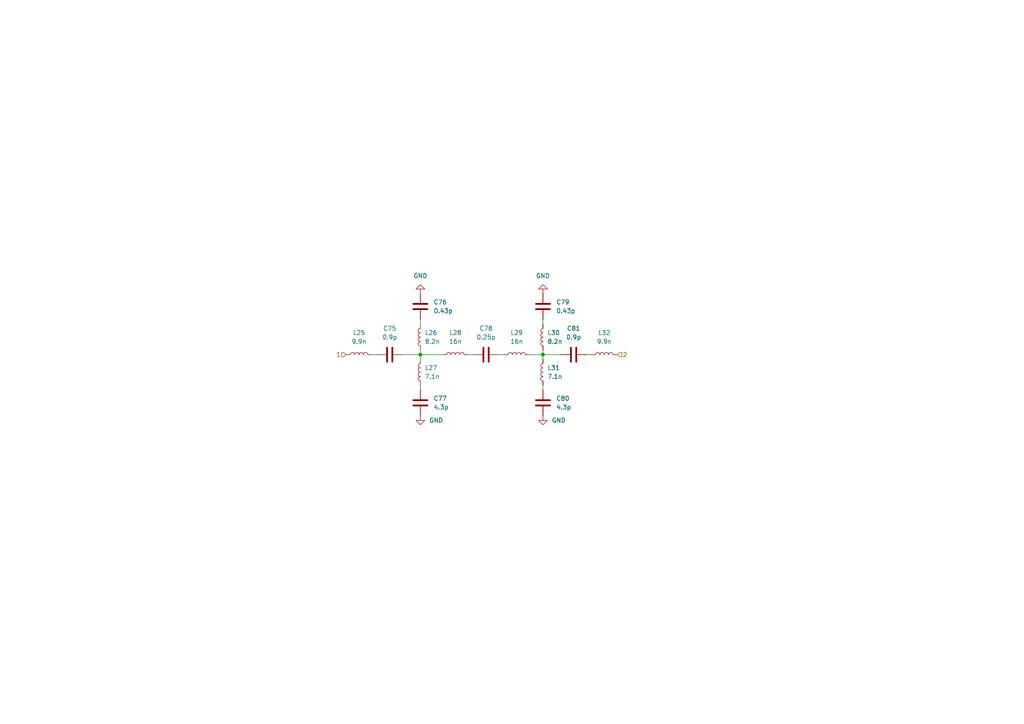
<source format=kicad_sch>
(kicad_sch (version 20211123) (generator eeschema)
  (paper "A4")
  (lib_symbols
    (symbol "Device:C" (pin_numbers hide) (pin_names (offset 0.254))
      (property "Reference" "C" (at 0.635 2.54 0))
      (property "Value" "C" (at 0.635 -2.54 0))
      (symbol "C_0_1"
        (polyline (pts (xy -2.032 -0.762) (xy 2.032 -0.762)) (stroke (width 0.508)))
        (polyline (pts (xy -2.032 0.762) (xy 2.032 0.762)) (stroke (width 0.508)))
      )
      (symbol "C_1_1"
        (pin passive line (at 0 3.81 270) (length 2.794) (name "~") (number "1"))
        (pin passive line (at 0 -3.81 90) (length 2.794) (name "~") (number "2"))
      )
    )
    (symbol "Device:L" (pin_numbers hide) (pin_names (offset 1.016) hide)
      (property "Reference" "L" (at -1.27 0 90))
      (property "Value" "L" (at 1.905 0 90))
      (symbol "L_0_1"
        (arc (start 0 -2.54) (mid 0.635 -1.905) (end 0 -1.27))
        (arc (start 0 -1.27) (mid 0.635 -0.635) (end 0 0))
        (arc (start 0 0) (mid 0.635 0.635) (end 0 1.27))
        (arc (start 0 1.27) (mid 0.635 1.905) (end 0 2.54))
      )
      (symbol "L_1_1"
        (pin passive line (at 0 3.81 270) (length 1.27) (name "1") (number "1"))
        (pin passive line (at 0 -3.81 90) (length 1.27) (name "2") (number "2"))
      )
    )
    (symbol "power:GND" (power) (pin_names (offset 0))
      (property "Value" "GND" (at 0 -3.81 0))
      (symbol "GND_0_1"
        (polyline (pts (xy 0 0) (xy 0 -1.27) (xy 1.27 -1.27) (xy 0 -2.54) (xy -1.27 -1.27) (xy 0 -1.27)))
      )
      (symbol "GND_1_1"
        (pin power_in line (at 0 0 270) (length 0) hide (name "GND") (number "1"))
      )
    )
  )
  (junction (at 121.92 102.87))
  (junction (at 157.48 102.87))
  (wire (pts (xy 170.18 102.87) (xy 171.45 102.87)))
  (wire (pts (xy 157.48 102.87) (xy 162.56 102.87)))
  (wire (pts (xy 157.48 92.71) (xy 157.48 93.98)))
  (wire (pts (xy 153.67 102.87) (xy 157.48 102.87)))
  (wire (pts (xy 121.92 102.87) (xy 128.27 102.87)))
  (wire (pts (xy 121.92 102.87) (xy 121.92 104.14)))
  (wire (pts (xy 157.48 101.6) (xy 157.48 102.87)))
  (wire (pts (xy 157.48 111.76) (xy 157.48 113.03)))
  (wire (pts (xy 116.84 102.87) (xy 121.92 102.87)))
  (wire (pts (xy 107.95 102.87) (xy 109.22 102.87)))
  (wire (pts (xy 135.89 102.87) (xy 137.16 102.87)))
  (wire (pts (xy 121.92 111.76) (xy 121.92 113.03)))
  (wire (pts (xy 157.48 102.87) (xy 157.48 104.14)))
  (wire (pts (xy 121.92 101.6) (xy 121.92 102.87)))
  (wire (pts (xy 121.92 92.71) (xy 121.92 93.98)))
  (wire (pts (xy 144.78 102.87) (xy 146.05 102.87)))
  (hierarchical_label "2" (shape input) (at 179.07 102.87 0))
  (hierarchical_label "1" (shape input) (at 100.33 102.87 180))
  (symbol (lib_id "Device:L") (at 149.86 102.87 90)
    (property "Reference" "L29" (at 149.86 96.52 90))
    (property "Value" "16n" (at 149.86 99.06 90))
    (property "Footprint" "Library:L_0402_MDLX" (effects hide))
    (property "PartNumber" " ‎0402DC-16NXGRW" (effects hide))
  )
  (symbol (lib_id "Device:L") (at 175.26 102.87 90)
    (property "Reference" "L32" (at 175.26 96.52 90))
    (property "Value" "9.9n" (at 175.26 99.06 90))
    (property "Footprint" "Library:L_0402_MDLX" (effects hide))
    (property "PartNumber" "0402DC-9N9XGRW" (effects hide))
  )
  (symbol (lib_id "Device:C") (at 157.48 88.9 180)
    (property "Reference" "C79" (at 161.29 87.6299 0) (effects (justify right)))
    (property "Value" "0.43p" (at 161.29 90.1699 0) (effects (justify right)))
    (property "Footprint" "Library:C_0402_MDLX" (effects hide))
    (property "PartNumber" "GJM1555C1HR43WB01D" (effects hide))
  )
  (symbol (lib_id "Device:C") (at 121.92 88.9 180)
    (property "Reference" "C76" (at 125.73 87.6299 0) (effects (justify right)))
    (property "Value" "0.43p" (at 125.73 90.1699 0) (effects (justify right)))
    (property "Footprint" "Library:C_0402_MDLX" (effects hide))
    (property "PartNumber" "GJM1555C1HR43WB01D" (effects hide))
  )
  (symbol (lib_id "Device:L") (at 157.48 97.79 180)
    (property "Reference" "L30" (at 158.75 96.5199 0) (effects (justify right)))
    (property "Value" "8.2n" (at 158.75 99.0599 0) (effects (justify right)))
    (property "Footprint" "Library:L_0402_MDLX" (effects hide))
    (property "PartNumber" " ‎0402DC-8N2XGRW" (effects hide))
  )
  (symbol (lib_id "power:GND") (at 157.48 85.09 180)
    (property "Reference" "#PWR0101" (effects hide))
    (property "Value" "GND" (at 157.48 80.01 0))
  )
  (symbol (lib_id "power:GND") (at 157.48 120.65 0)
    (property "Reference" "#PWR0102" (effects hide))
    (property "Value" "GND" (at 160.02 121.9199 0) (effects (justify left)))
  )
  (symbol (lib_id "Device:L") (at 157.48 107.95 180)
    (property "Reference" "L31" (at 158.75 106.6799 0) (effects (justify right)))
    (property "Value" "7.1n" (at 158.75 109.2199 0) (effects (justify right)))
    (property "Footprint" "Library:L_0402_MDLX" (effects hide))
    (property "PartNumber" " ‎0402DC-7N1XGRW" (effects hide))
  )
  (symbol (lib_id "Device:C") (at 157.48 116.84 180)
    (property "Reference" "C80" (at 161.29 115.5699 0) (effects (justify right)))
    (property "Value" "4.3p" (at 161.29 118.1099 0) (effects (justify right)))
    (property "Footprint" "Library:C_0402_MDLX" (effects hide))
    (property "PartNumber" "GJM1555C1H4R3WB01D" (effects hide))
  )
  (symbol (lib_id "Device:C") (at 121.92 116.84 180)
    (property "Reference" "C77" (at 125.73 115.5699 0) (effects (justify right)))
    (property "Value" "4.3p" (at 125.73 118.1099 0) (effects (justify right)))
    (property "Footprint" "Library:C_0402_MDLX" (effects hide))
    (property "PartNumber" "GJM1555C1H4R3WB01D" (effects hide))
  )
  (symbol (lib_id "Device:C") (at 113.03 102.87 90)
    (property "Reference" "C75" (at 113.03 95.25 90))
    (property "Value" "0.9p" (at 113.03 97.79 90))
    (property "Footprint" "Library:C_0402_MDLX" (effects hide))
    (property "PartNumber" "GJM1555C1HR90WB01D" (effects hide))
  )
  (symbol (lib_id "power:GND") (at 121.92 85.09 180)
    (property "Reference" "#PWR099" (effects hide))
    (property "Value" "GND" (at 121.92 80.01 0))
  )
  (symbol (lib_id "Device:L") (at 104.14 102.87 90)
    (property "Reference" "L25" (at 104.14 96.52 90))
    (property "Value" "9.9n" (at 104.14 99.06 90))
    (property "Footprint" "Library:L_0402_MDLX" (effects hide))
    (property "PartNumber" "0402DC-9N9XGRW" (effects hide))
  )
  (symbol (lib_id "Device:C") (at 140.97 102.87 90)
    (property "Reference" "C78" (at 140.97 95.25 90))
    (property "Value" "0.25p" (at 140.97 97.79 90))
    (property "Footprint" "Library:C_0402_MDLX" (effects hide))
    (property "PartNumber" "GJM1555C1HR25RB12D" (effects hide))
  )
  (symbol (lib_id "Device:L") (at 121.92 107.95 180)
    (property "Reference" "L27" (at 123.19 106.6799 0) (effects (justify right)))
    (property "Value" "7.1n" (at 123.19 109.2199 0) (effects (justify right)))
    (property "Footprint" "Library:L_0402_MDLX" (effects hide))
    (property "PartNumber" " ‎0402DC-7N1XGRW" (effects hide))
  )
  (symbol (lib_id "Device:C") (at 166.37 102.87 90)
    (property "Reference" "C81" (at 166.37 95.25 90))
    (property "Value" "0.9p" (at 166.37 97.79 90))
    (property "Footprint" "Library:C_0402_MDLX" (effects hide))
    (property "PartNumber" "GJM1555C1HR90WB01D" (effects hide))
  )
  (symbol (lib_id "Device:L") (at 132.08 102.87 90)
    (property "Reference" "L28" (at 132.08 96.52 90))
    (property "Value" "16n" (at 132.08 99.06 90))
    (property "Footprint" "Library:L_0402_MDLX" (effects hide))
    (property "PartNumber" " ‎0402DC-16NXGRW" (effects hide))
  )
  (symbol (lib_id "Device:L") (at 121.92 97.79 180)
    (property "Reference" "L26" (at 123.19 96.5199 0) (effects (justify right)))
    (property "Value" "8.2n" (at 123.19 99.0599 0) (effects (justify right)))
    (property "Footprint" "Library:L_0402_MDLX" (effects hide))
    (property "PartNumber" " ‎0402DC-8N2XGRW" (effects hide))
  )
  (symbol (lib_id "power:GND") (at 121.92 120.65 0)
    (property "Reference" "#PWR0100" (effects hide))
    (property "Value" "GND" (at 124.46 121.9199 0) (effects (justify left)))
  )
)
</source>
